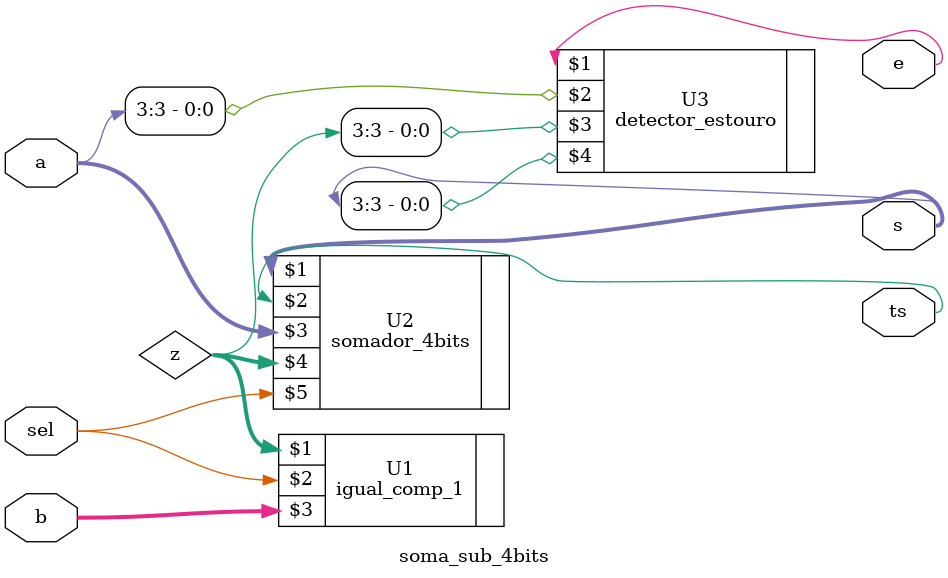
<source format=v>

module soma_sub_4bits(s,ts,e,a,b,sel);

	input [3:0] a,b;
	input sel;
	output [3:0] s;
	output ts,e;
	
	wire [3:0] z;
	
	igual_comp_1 U1 (z,sel,b);
	somador_4bits U2 (s,ts,a,z,sel);
	detector_estouro U3 (e,a[3],z[3],s[3]);

endmodule


</source>
